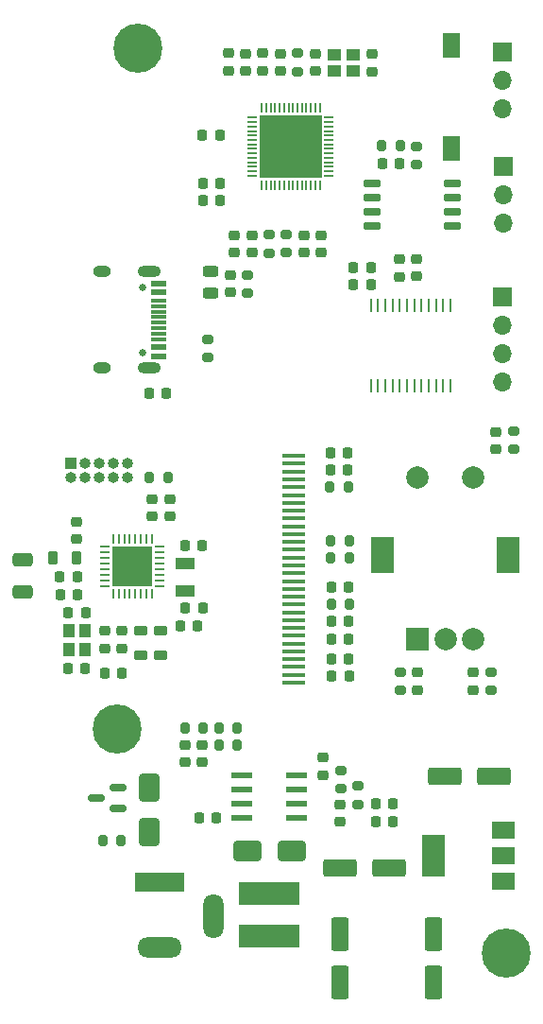
<source format=gbr>
%TF.GenerationSoftware,KiCad,Pcbnew,7.0.2*%
%TF.CreationDate,2023-07-17T10:41:54+03:00*%
%TF.ProjectId,DeskSmartFan,4465736b-536d-4617-9274-46616e2e6b69,rev?*%
%TF.SameCoordinates,Original*%
%TF.FileFunction,Soldermask,Top*%
%TF.FilePolarity,Negative*%
%FSLAX46Y46*%
G04 Gerber Fmt 4.6, Leading zero omitted, Abs format (unit mm)*
G04 Created by KiCad (PCBNEW 7.0.2) date 2023-07-17 10:41:54*
%MOMM*%
%LPD*%
G01*
G04 APERTURE LIST*
G04 Aperture macros list*
%AMRoundRect*
0 Rectangle with rounded corners*
0 $1 Rounding radius*
0 $2 $3 $4 $5 $6 $7 $8 $9 X,Y pos of 4 corners*
0 Add a 4 corners polygon primitive as box body*
4,1,4,$2,$3,$4,$5,$6,$7,$8,$9,$2,$3,0*
0 Add four circle primitives for the rounded corners*
1,1,$1+$1,$2,$3*
1,1,$1+$1,$4,$5*
1,1,$1+$1,$6,$7*
1,1,$1+$1,$8,$9*
0 Add four rect primitives between the rounded corners*
20,1,$1+$1,$2,$3,$4,$5,0*
20,1,$1+$1,$4,$5,$6,$7,0*
20,1,$1+$1,$6,$7,$8,$9,0*
20,1,$1+$1,$8,$9,$2,$3,0*%
G04 Aperture macros list end*
%ADD10RoundRect,0.062500X0.337500X0.062500X-0.337500X0.062500X-0.337500X-0.062500X0.337500X-0.062500X0*%
%ADD11RoundRect,0.062500X0.062500X0.337500X-0.062500X0.337500X-0.062500X-0.337500X0.062500X-0.337500X0*%
%ADD12R,3.600000X3.600000*%
%ADD13RoundRect,0.050000X0.387500X0.050000X-0.387500X0.050000X-0.387500X-0.050000X0.387500X-0.050000X0*%
%ADD14RoundRect,0.050000X0.050000X0.387500X-0.050000X0.387500X-0.050000X-0.387500X0.050000X-0.387500X0*%
%ADD15R,5.600000X5.600000*%
%ADD16RoundRect,0.225000X-0.250000X0.225000X-0.250000X-0.225000X0.250000X-0.225000X0.250000X0.225000X0*%
%ADD17C,0.700000*%
%ADD18C,4.400000*%
%ADD19R,1.700000X1.700000*%
%ADD20O,1.700000X1.700000*%
%ADD21RoundRect,0.225000X0.225000X0.250000X-0.225000X0.250000X-0.225000X-0.250000X0.225000X-0.250000X0*%
%ADD22RoundRect,0.200000X0.275000X-0.200000X0.275000X0.200000X-0.275000X0.200000X-0.275000X-0.200000X0*%
%ADD23RoundRect,0.225000X-0.225000X-0.250000X0.225000X-0.250000X0.225000X0.250000X-0.225000X0.250000X0*%
%ADD24RoundRect,0.225000X0.250000X-0.225000X0.250000X0.225000X-0.250000X0.225000X-0.250000X-0.225000X0*%
%ADD25RoundRect,0.200000X-0.275000X0.200000X-0.275000X-0.200000X0.275000X-0.200000X0.275000X0.200000X0*%
%ADD26RoundRect,0.150000X0.587500X0.150000X-0.587500X0.150000X-0.587500X-0.150000X0.587500X-0.150000X0*%
%ADD27R,1.981200X0.558800*%
%ADD28RoundRect,0.200000X0.200000X0.275000X-0.200000X0.275000X-0.200000X-0.275000X0.200000X-0.275000X0*%
%ADD29RoundRect,0.218750X-0.218750X-0.256250X0.218750X-0.256250X0.218750X0.256250X-0.218750X0.256250X0*%
%ADD30RoundRect,0.250000X-0.650000X1.000000X-0.650000X-1.000000X0.650000X-1.000000X0.650000X1.000000X0*%
%ADD31RoundRect,0.250000X-0.650000X0.350000X-0.650000X-0.350000X0.650000X-0.350000X0.650000X0.350000X0*%
%ADD32RoundRect,0.250000X-1.250000X-0.550000X1.250000X-0.550000X1.250000X0.550000X-1.250000X0.550000X0*%
%ADD33R,2.000000X0.400000*%
%ADD34R,2.000000X2.000000*%
%ADD35C,2.000000*%
%ADD36R,2.000000X3.200000*%
%ADD37RoundRect,0.200000X-0.200000X-0.275000X0.200000X-0.275000X0.200000X0.275000X-0.200000X0.275000X0*%
%ADD38RoundRect,0.250000X-0.550000X1.250000X-0.550000X-1.250000X0.550000X-1.250000X0.550000X1.250000X0*%
%ADD39RoundRect,0.218750X-0.381250X0.218750X-0.381250X-0.218750X0.381250X-0.218750X0.381250X0.218750X0*%
%ADD40R,5.500000X2.150000*%
%ADD41RoundRect,0.218750X0.381250X-0.218750X0.381250X0.218750X-0.381250X0.218750X-0.381250X-0.218750X0*%
%ADD42R,2.000000X1.500000*%
%ADD43R,2.000000X3.800000*%
%ADD44R,1.800000X1.000000*%
%ADD45R,1.150000X1.000000*%
%ADD46R,1.600000X2.180000*%
%ADD47R,1.000000X1.000000*%
%ADD48O,1.000000X1.000000*%
%ADD49RoundRect,0.150000X-0.650000X-0.150000X0.650000X-0.150000X0.650000X0.150000X-0.650000X0.150000X0*%
%ADD50R,4.400000X1.800000*%
%ADD51O,4.000000X1.800000*%
%ADD52O,1.800000X4.000000*%
%ADD53RoundRect,0.250000X-1.000000X-0.650000X1.000000X-0.650000X1.000000X0.650000X-1.000000X0.650000X0*%
%ADD54RoundRect,0.243750X0.456250X-0.243750X0.456250X0.243750X-0.456250X0.243750X-0.456250X-0.243750X0*%
%ADD55R,0.270800X1.161200*%
%ADD56R,1.000000X1.150000*%
%ADD57C,0.650000*%
%ADD58R,1.450000X0.600000*%
%ADD59R,1.450000X0.300000*%
%ADD60O,2.100000X1.000000*%
%ADD61O,1.600000X1.000000*%
%ADD62RoundRect,0.218750X-0.218750X-0.381250X0.218750X-0.381250X0.218750X0.381250X-0.218750X0.381250X0*%
G04 APERTURE END LIST*
D10*
%TO.C,U6*%
X129125000Y-88800000D03*
X129125000Y-88300000D03*
X129125000Y-87800000D03*
X129125000Y-87300000D03*
X129125000Y-86800000D03*
X129125000Y-86300000D03*
X129125000Y-85800000D03*
X129125000Y-85300000D03*
D11*
X128425000Y-84600000D03*
X127925000Y-84600000D03*
X127425000Y-84600000D03*
X126925000Y-84600000D03*
X126425000Y-84600000D03*
X125925000Y-84600000D03*
X125425000Y-84600000D03*
X124925000Y-84600000D03*
D10*
X124225000Y-85300000D03*
X124225000Y-85800000D03*
X124225000Y-86300000D03*
X124225000Y-86800000D03*
X124225000Y-87300000D03*
X124225000Y-87800000D03*
X124225000Y-88300000D03*
X124225000Y-88800000D03*
D11*
X124925000Y-89500000D03*
X125425000Y-89500000D03*
X125925000Y-89500000D03*
X126425000Y-89500000D03*
X126925000Y-89500000D03*
X127425000Y-89500000D03*
X127925000Y-89500000D03*
X128425000Y-89500000D03*
D12*
X126675000Y-87050000D03*
%TD*%
D13*
%TO.C,U1*%
X144295000Y-52057500D03*
X144295000Y-51657500D03*
X144295000Y-51257500D03*
X144295000Y-50857500D03*
X144295000Y-50457500D03*
X144295000Y-50057500D03*
X144295000Y-49657500D03*
X144295000Y-49257500D03*
X144295000Y-48857500D03*
X144295000Y-48457500D03*
X144295000Y-48057500D03*
X144295000Y-47657500D03*
X144295000Y-47257500D03*
X144295000Y-46857500D03*
D14*
X143457500Y-46020000D03*
X143057500Y-46020000D03*
X142657500Y-46020000D03*
X142257500Y-46020000D03*
X141857500Y-46020000D03*
X141457500Y-46020000D03*
X141057500Y-46020000D03*
X140657500Y-46020000D03*
X140257500Y-46020000D03*
X139857500Y-46020000D03*
X139457500Y-46020000D03*
X139057500Y-46020000D03*
X138657500Y-46020000D03*
X138257500Y-46020000D03*
D13*
X137420000Y-46857500D03*
X137420000Y-47257500D03*
X137420000Y-47657500D03*
X137420000Y-48057500D03*
X137420000Y-48457500D03*
X137420000Y-48857500D03*
X137420000Y-49257500D03*
X137420000Y-49657500D03*
X137420000Y-50057500D03*
X137420000Y-50457500D03*
X137420000Y-50857500D03*
X137420000Y-51257500D03*
X137420000Y-51657500D03*
X137420000Y-52057500D03*
D14*
X138257500Y-52895000D03*
X138657500Y-52895000D03*
X139057500Y-52895000D03*
X139457500Y-52895000D03*
X139857500Y-52895000D03*
X140257500Y-52895000D03*
X140657500Y-52895000D03*
X141057500Y-52895000D03*
X141457500Y-52895000D03*
X141857500Y-52895000D03*
X142257500Y-52895000D03*
X142657500Y-52895000D03*
X143057500Y-52895000D03*
X143457500Y-52895000D03*
D15*
X140857500Y-49457500D03*
%TD*%
D16*
%TO.C,C12*%
X143565000Y-57402500D03*
X143565000Y-58952500D03*
%TD*%
D17*
%TO.C,REF\u002A\u002A*%
X125490000Y-40655000D03*
X125973274Y-39488274D03*
X125973274Y-41821726D03*
X127140000Y-39005000D03*
D18*
X127140000Y-40655000D03*
D17*
X127140000Y-42305000D03*
X128306726Y-39488274D03*
X128306726Y-41821726D03*
X128790000Y-40655000D03*
%TD*%
D19*
%TO.C,J5*%
X159790000Y-62925000D03*
D20*
X159790000Y-65465000D03*
X159790000Y-68005000D03*
X159790000Y-70545000D03*
%TD*%
D21*
%TO.C,C50*%
X132475000Y-92400000D03*
X130925000Y-92400000D03*
%TD*%
D22*
%TO.C,R9*%
X146887500Y-108340000D03*
X146887500Y-106690000D03*
%TD*%
D21*
%TO.C,C36*%
X148040000Y-60275000D03*
X146490000Y-60275000D03*
%TD*%
D23*
%TO.C,C31*%
X144430000Y-76865000D03*
X145980000Y-76865000D03*
%TD*%
D24*
%TO.C,C35*%
X150570000Y-61100000D03*
X150570000Y-59550000D03*
%TD*%
D21*
%TO.C,C37*%
X148035000Y-61825000D03*
X146485000Y-61825000D03*
%TD*%
D23*
%TO.C,C49*%
X120150000Y-88000000D03*
X121700000Y-88000000D03*
%TD*%
D22*
%TO.C,R10*%
X145315000Y-106955000D03*
X145315000Y-105305000D03*
%TD*%
D25*
%TO.C,R18*%
X150660000Y-96510000D03*
X150660000Y-98160000D03*
%TD*%
D19*
%TO.C,J3*%
X159940000Y-51255000D03*
D20*
X159940000Y-53795000D03*
X159940000Y-56335000D03*
%TD*%
D21*
%TO.C,C8*%
X134515000Y-54265000D03*
X132965000Y-54265000D03*
%TD*%
D26*
%TO.C,Q1*%
X125335000Y-108715000D03*
X125335000Y-106815000D03*
X123460000Y-107765000D03*
%TD*%
D23*
%TO.C,C32*%
X144515000Y-93555000D03*
X146065000Y-93555000D03*
%TD*%
D24*
%TO.C,C34*%
X152130000Y-61080000D03*
X152130000Y-59530000D03*
%TD*%
D22*
%TO.C,R5*%
X152150000Y-51060000D03*
X152150000Y-49410000D03*
%TD*%
D23*
%TO.C,C18*%
X148502500Y-109915000D03*
X150052500Y-109915000D03*
%TD*%
D16*
%TO.C,C53*%
X124200000Y-92825000D03*
X124200000Y-94375000D03*
%TD*%
D19*
%TO.C,J4*%
X159870000Y-41015000D03*
D20*
X159870000Y-43555000D03*
X159870000Y-46095000D03*
%TD*%
D23*
%TO.C,C28*%
X144515000Y-88885000D03*
X146065000Y-88885000D03*
%TD*%
D27*
%TO.C,U3*%
X141391300Y-109540000D03*
X141391300Y-108270000D03*
X141391300Y-107000000D03*
X141391300Y-105730000D03*
X136463700Y-105730000D03*
X136463700Y-107000000D03*
X136463700Y-108270000D03*
X136463700Y-109540000D03*
%TD*%
D28*
%TO.C,R16*%
X146125000Y-90455000D03*
X144475000Y-90455000D03*
%TD*%
D21*
%TO.C,C20*%
X134162500Y-109555000D03*
X132612500Y-109555000D03*
%TD*%
D29*
%TO.C,L1*%
X128152500Y-71555000D03*
X129727500Y-71555000D03*
%TD*%
D30*
%TO.C,D1*%
X128187500Y-106827500D03*
X128187500Y-110827500D03*
%TD*%
D23*
%TO.C,C5*%
X149065000Y-50975000D03*
X150615000Y-50975000D03*
%TD*%
D31*
%TO.C,AE1*%
X116850000Y-86450000D03*
X116850000Y-89350000D03*
%TD*%
D16*
%TO.C,C1*%
X135440000Y-60980000D03*
X135440000Y-62530000D03*
%TD*%
D32*
%TO.C,C21*%
X154637500Y-105805000D03*
X159037500Y-105805000D03*
%TD*%
D33*
%TO.C,DS1*%
X141140000Y-97455000D03*
X141140000Y-96755000D03*
X141140000Y-96055000D03*
X141140000Y-95355000D03*
X141140000Y-94655000D03*
X141140000Y-93955000D03*
X141140000Y-93255000D03*
X141140000Y-92555000D03*
X141140000Y-91855000D03*
X141140000Y-91155000D03*
X141140000Y-90455000D03*
X141140000Y-89755000D03*
X141140000Y-89055000D03*
X141140000Y-88355000D03*
X141140000Y-87655000D03*
X141140000Y-86955000D03*
X141140000Y-86255000D03*
X141140000Y-85555000D03*
X141140000Y-84855000D03*
X141140000Y-84155000D03*
X141140000Y-83455000D03*
X141140000Y-82755000D03*
X141140000Y-82055000D03*
X141140000Y-81355000D03*
X141140000Y-80655000D03*
X141140000Y-79955000D03*
X141140000Y-79255000D03*
X141140000Y-78555000D03*
X141140000Y-77855000D03*
X141140000Y-77155000D03*
%TD*%
D34*
%TO.C,SW2*%
X152220000Y-93545000D03*
D35*
X157220000Y-93545000D03*
X154720000Y-93545000D03*
D36*
X149120000Y-86045000D03*
X160320000Y-86045000D03*
D35*
X157220000Y-79045000D03*
X152220000Y-79045000D03*
%TD*%
D16*
%TO.C,C7*%
X135810000Y-57395000D03*
X135810000Y-58945000D03*
%TD*%
%TO.C,C45*%
X121625000Y-83050000D03*
X121625000Y-84600000D03*
%TD*%
D23*
%TO.C,C48*%
X120175000Y-89600000D03*
X121725000Y-89600000D03*
%TD*%
D37*
%TO.C,R11*%
X131342500Y-101485000D03*
X132992500Y-101485000D03*
%TD*%
D28*
%TO.C,R17*%
X146030000Y-79955000D03*
X144380000Y-79955000D03*
%TD*%
D21*
%TO.C,C30*%
X145975000Y-78415000D03*
X144425000Y-78415000D03*
%TD*%
D25*
%TO.C,R19*%
X158780000Y-96510000D03*
X158780000Y-98160000D03*
%TD*%
D16*
%TO.C,C11*%
X142025000Y-57397500D03*
X142025000Y-58947500D03*
%TD*%
D38*
%TO.C,C22*%
X153630000Y-119935000D03*
X153630000Y-124335000D03*
%TD*%
D39*
%TO.C,L4*%
X129225000Y-92837500D03*
X129225000Y-94962500D03*
%TD*%
D24*
%TO.C,C19*%
X143707500Y-105730000D03*
X143707500Y-104180000D03*
%TD*%
D17*
%TO.C,REF\u002A\u002A*%
X158490000Y-121655000D03*
X158973274Y-120488274D03*
X158973274Y-122821726D03*
X160140000Y-120005000D03*
D18*
X160140000Y-121655000D03*
D17*
X160140000Y-123305000D03*
X161306726Y-120488274D03*
X161306726Y-122821726D03*
X161790000Y-121655000D03*
%TD*%
D40*
%TO.C,L2*%
X138897500Y-116330000D03*
X138897500Y-120180000D03*
%TD*%
D37*
%TO.C,R12*%
X134422500Y-101485000D03*
X136072500Y-101485000D03*
%TD*%
D38*
%TO.C,C25*%
X145240000Y-119935000D03*
X145240000Y-124335000D03*
%TD*%
D23*
%TO.C,C17*%
X148477500Y-108325000D03*
X150027500Y-108325000D03*
%TD*%
D41*
%TO.C,L5*%
X127425000Y-94962500D03*
X127425000Y-92837500D03*
%TD*%
D25*
%TO.C,R20*%
X160840000Y-74930000D03*
X160840000Y-76580000D03*
%TD*%
D32*
%TO.C,C26*%
X145307500Y-114065000D03*
X149707500Y-114065000D03*
%TD*%
D24*
%TO.C,C23*%
X131357500Y-104585000D03*
X131357500Y-103035000D03*
%TD*%
%TO.C,C3*%
X136800000Y-42660000D03*
X136800000Y-41110000D03*
%TD*%
D22*
%TO.C,R3*%
X136980000Y-62585000D03*
X136980000Y-60935000D03*
%TD*%
D42*
%TO.C,U4*%
X159947500Y-115245000D03*
X159947500Y-112945000D03*
D43*
X153647500Y-112945000D03*
D42*
X159947500Y-110645000D03*
%TD*%
D37*
%TO.C,R8*%
X123992500Y-111605000D03*
X125642500Y-111605000D03*
%TD*%
D21*
%TO.C,C9*%
X134485000Y-48465000D03*
X132935000Y-48465000D03*
%TD*%
D16*
%TO.C,C6*%
X137360000Y-57390000D03*
X137360000Y-58940000D03*
%TD*%
D24*
%TO.C,C13*%
X143030000Y-42670000D03*
X143030000Y-41120000D03*
%TD*%
D21*
%TO.C,C14*%
X134505000Y-52715000D03*
X132955000Y-52715000D03*
%TD*%
D25*
%TO.C,R7*%
X141480000Y-41070000D03*
X141480000Y-42720000D03*
%TD*%
D28*
%TO.C,R6*%
X150665000Y-49395000D03*
X149015000Y-49395000D03*
%TD*%
D23*
%TO.C,C44*%
X131375000Y-85150000D03*
X132925000Y-85150000D03*
%TD*%
D25*
%TO.C,R4*%
X133440000Y-66700000D03*
X133440000Y-68350000D03*
%TD*%
D23*
%TO.C,C47*%
X124150000Y-96600000D03*
X125700000Y-96600000D03*
%TD*%
D28*
%TO.C,R15*%
X146115000Y-84725000D03*
X144465000Y-84725000D03*
%TD*%
D44*
%TO.C,Y3*%
X131400000Y-89250000D03*
X131400000Y-86750000D03*
%TD*%
D22*
%TO.C,R2*%
X138920000Y-58995000D03*
X138920000Y-57345000D03*
%TD*%
D28*
%TO.C,R14*%
X146110000Y-86265000D03*
X144460000Y-86265000D03*
%TD*%
D45*
%TO.C,Y1*%
X144735000Y-42655000D03*
X146485000Y-42655000D03*
X146485000Y-41255000D03*
X144735000Y-41255000D03*
%TD*%
D28*
%TO.C,R13*%
X136072500Y-103035000D03*
X134422500Y-103035000D03*
%TD*%
D46*
%TO.C,SW1*%
X155270000Y-40425000D03*
X155270000Y-49605000D03*
%TD*%
D23*
%TO.C,C29*%
X144525000Y-96895000D03*
X146075000Y-96895000D03*
%TD*%
D16*
%TO.C,C16*%
X145297500Y-108390000D03*
X145297500Y-109940000D03*
%TD*%
D24*
%TO.C,C10*%
X139920000Y-42660000D03*
X139920000Y-41110000D03*
%TD*%
D47*
%TO.C,J6*%
X121135000Y-77850000D03*
D48*
X121135000Y-79120000D03*
X122405000Y-77850000D03*
X122405000Y-79120000D03*
X123675000Y-77850000D03*
X123675000Y-79120000D03*
X124945000Y-77850000D03*
X124945000Y-79120000D03*
X126215000Y-77850000D03*
X126215000Y-79120000D03*
%TD*%
D16*
%TO.C,C40*%
X159240000Y-74980000D03*
X159240000Y-76530000D03*
%TD*%
D49*
%TO.C,U2*%
X148110000Y-52760000D03*
X148110000Y-54030000D03*
X148110000Y-55300000D03*
X148110000Y-56570000D03*
X155310000Y-56570000D03*
X155310000Y-55300000D03*
X155310000Y-54030000D03*
X155310000Y-52760000D03*
%TD*%
D24*
%TO.C,C4*%
X135250000Y-42650000D03*
X135250000Y-41100000D03*
%TD*%
%TO.C,C51*%
X130025000Y-82575000D03*
X130025000Y-81025000D03*
%TD*%
D23*
%TO.C,C33*%
X144515000Y-91975000D03*
X146065000Y-91975000D03*
%TD*%
D16*
%TO.C,C39*%
X157220000Y-96550000D03*
X157220000Y-98100000D03*
%TD*%
D24*
%TO.C,C46*%
X125725000Y-94375000D03*
X125725000Y-92825000D03*
%TD*%
D23*
%TO.C,C43*%
X131425000Y-90800000D03*
X132975000Y-90800000D03*
%TD*%
D24*
%TO.C,C24*%
X132927500Y-104580000D03*
X132927500Y-103030000D03*
%TD*%
D50*
%TO.C,J2*%
X129140000Y-115355000D03*
D51*
X129140000Y-121155000D03*
D52*
X133940000Y-118355000D03*
%TD*%
D53*
%TO.C,D2*%
X136947500Y-112555000D03*
X140947500Y-112555000D03*
%TD*%
D21*
%TO.C,C27*%
X146055000Y-95345000D03*
X144505000Y-95345000D03*
%TD*%
%TO.C,C42*%
X122450000Y-96150000D03*
X120900000Y-96150000D03*
%TD*%
D24*
%TO.C,C2*%
X138350000Y-42650000D03*
X138350000Y-41100000D03*
%TD*%
D23*
%TO.C,C41*%
X120925000Y-91150000D03*
X122475000Y-91150000D03*
%TD*%
D17*
%TO.C,REF\u002A\u002A*%
X123650000Y-101600000D03*
X124133274Y-100433274D03*
X124133274Y-102766726D03*
X125300000Y-99950000D03*
D18*
X125300000Y-101600000D03*
D17*
X125300000Y-103250000D03*
X126466726Y-100433274D03*
X126466726Y-102766726D03*
X126950000Y-101600000D03*
%TD*%
D54*
%TO.C,F1*%
X133660000Y-62532500D03*
X133660000Y-60657500D03*
%TD*%
D28*
%TO.C,R21*%
X129850000Y-79100000D03*
X128200000Y-79100000D03*
%TD*%
D24*
%TO.C,C38*%
X152230000Y-98100000D03*
X152230000Y-96550000D03*
%TD*%
D55*
%TO.C,U5*%
X148035000Y-70845000D03*
X148684999Y-70845000D03*
X149334997Y-70845000D03*
X149984998Y-70845000D03*
X150634997Y-70845000D03*
X151284998Y-70845000D03*
X151934997Y-70845000D03*
X152584998Y-70845000D03*
X153234997Y-70845000D03*
X153884998Y-70845000D03*
X154534997Y-70845000D03*
X155184998Y-70845000D03*
X155184998Y-63695002D03*
X154534999Y-63695002D03*
X153884998Y-63695002D03*
X153235000Y-63695002D03*
X152584998Y-63695002D03*
X151935000Y-63695002D03*
X151285001Y-63695002D03*
X150635000Y-63695002D03*
X149985001Y-63695002D03*
X149335000Y-63695002D03*
X148685001Y-63695002D03*
X148035000Y-63695002D03*
%TD*%
D56*
%TO.C,Y2*%
X121000000Y-92775000D03*
X121000000Y-94525000D03*
X122400000Y-94525000D03*
X122400000Y-92775000D03*
%TD*%
D22*
%TO.C,R1*%
X140470000Y-58970000D03*
X140470000Y-57320000D03*
%TD*%
D24*
%TO.C,C52*%
X128425000Y-82575000D03*
X128425000Y-81025000D03*
%TD*%
D57*
%TO.C,J1*%
X127610000Y-62085000D03*
X127610000Y-67865000D03*
D58*
X129055000Y-61725000D03*
X129055000Y-62525000D03*
D59*
X129055000Y-63725000D03*
X129055000Y-64725000D03*
X129055000Y-65225000D03*
X129055000Y-66225000D03*
D58*
X129055000Y-67425000D03*
X129055000Y-68225000D03*
X129055000Y-68225000D03*
X129055000Y-67425000D03*
D59*
X129055000Y-66725000D03*
X129055000Y-65725000D03*
X129055000Y-64225000D03*
X129055000Y-63225000D03*
D58*
X129055000Y-62525000D03*
X129055000Y-61725000D03*
D60*
X128140000Y-60655000D03*
D61*
X123960000Y-60655000D03*
D60*
X128140000Y-69295000D03*
D61*
X123960000Y-69295000D03*
%TD*%
D16*
%TO.C,C15*%
X148180000Y-41180000D03*
X148180000Y-42730000D03*
%TD*%
D62*
%TO.C,L3*%
X119562500Y-86300000D03*
X121687500Y-86300000D03*
%TD*%
M02*

</source>
